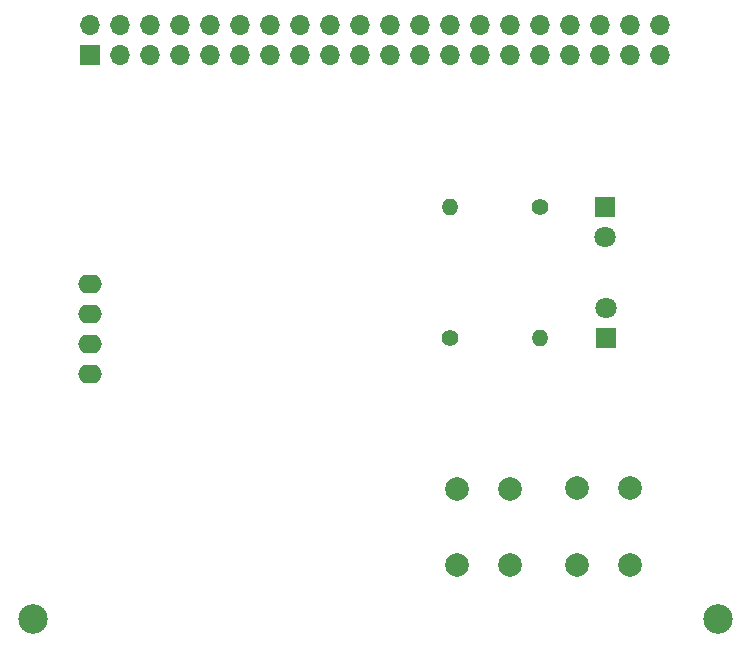
<source format=gbs>
G04 #@! TF.GenerationSoftware,KiCad,Pcbnew,5.1.9-5.1.9*
G04 #@! TF.CreationDate,2021-03-22T11:55:19+01:00*
G04 #@! TF.ProjectId,tomodachi,746f6d6f-6461-4636-9869-2e6b69636164,2.2*
G04 #@! TF.SameCoordinates,Original*
G04 #@! TF.FileFunction,Soldermask,Bot*
G04 #@! TF.FilePolarity,Negative*
%FSLAX46Y46*%
G04 Gerber Fmt 4.6, Leading zero omitted, Abs format (unit mm)*
G04 Created by KiCad (PCBNEW 5.1.9-5.1.9) date 2021-03-22 11:55:19*
%MOMM*%
%LPD*%
G01*
G04 APERTURE LIST*
%ADD10C,2.000000*%
%ADD11C,2.500000*%
%ADD12O,1.400000X1.400000*%
%ADD13C,1.400000*%
%ADD14C,1.800000*%
%ADD15R,1.800000X1.800000*%
%ADD16O,2.000000X1.600000*%
%ADD17R,1.700000X1.700000*%
%ADD18O,1.700000X1.700000*%
G04 APERTURE END LIST*
D10*
X239400000Y-135480000D03*
X243900000Y-135480000D03*
X239400000Y-141980000D03*
X243900000Y-141980000D03*
D11*
X261500000Y-146500000D03*
X203500000Y-146500000D03*
D10*
X249593500Y-135435500D03*
X254093500Y-135435500D03*
X249593500Y-141935500D03*
X254093500Y-141935500D03*
D12*
X246482000Y-122758500D03*
D13*
X238862000Y-122758500D03*
D12*
X238862000Y-111646000D03*
D13*
X246482000Y-111646000D03*
D14*
X252006500Y-120218500D03*
D15*
X252006500Y-122758500D03*
D14*
X251943000Y-114186000D03*
D15*
X251943000Y-111646000D03*
D16*
X208386500Y-118123500D03*
X208386500Y-120663500D03*
X208386500Y-125743500D03*
X208386500Y-123203500D03*
D17*
X208370000Y-98770000D03*
D18*
X208370000Y-96230000D03*
X210910000Y-98770000D03*
X210910000Y-96230000D03*
X213450000Y-98770000D03*
X213450000Y-96230000D03*
X215990000Y-98770000D03*
X215990000Y-96230000D03*
X218530000Y-98770000D03*
X218530000Y-96230000D03*
X221070000Y-98770000D03*
X221070000Y-96230000D03*
X223610000Y-98770000D03*
X223610000Y-96230000D03*
X226150000Y-98770000D03*
X226150000Y-96230000D03*
X228690000Y-98770000D03*
X228690000Y-96230000D03*
X231230000Y-98770000D03*
X231230000Y-96230000D03*
X233770000Y-98770000D03*
X233770000Y-96230000D03*
X236310000Y-98770000D03*
X236310000Y-96230000D03*
X238850000Y-98770000D03*
X238850000Y-96230000D03*
X241390000Y-98770000D03*
X241390000Y-96230000D03*
X243930000Y-98770000D03*
X243930000Y-96230000D03*
X246470000Y-98770000D03*
X246470000Y-96230000D03*
X249010000Y-98770000D03*
X249010000Y-96230000D03*
X251550000Y-98770000D03*
X251550000Y-96230000D03*
X254090000Y-98770000D03*
X254090000Y-96230000D03*
X256630000Y-98770000D03*
X256630000Y-96230000D03*
M02*

</source>
